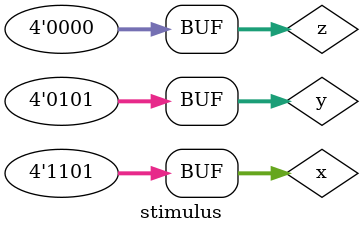
<source format=v>
module stimulus;

 reg [3:0] x, y, z;
 wire [3:0] d, b;

 
 Sub4bits s4( x, y, z, d, b);
 
 initial begin
   x = 4'b0000;
   
   y = 4'b0000;
   
   z = 0;
   #5
   x = 4'b0111;
   y = 4'b0110;
   z = 4'b0000;
   #5
   x = 4'b0100;
   y = 4'b0011;
   z = 4'b0000;
   #5
   x = 4'b0011;
   y = 4'b0110;
   z = 4'b0000;
   #5
   x = 4'b1101;
   y = 4'b0101;
   z = 4'b0000;
   
 end
 
 
 initial begin
	$monitor($time, " Output x = %b, y = %b, z = %b d = %b, b = %b",  x, y, z, d, b);


 end

endmodule
</source>
